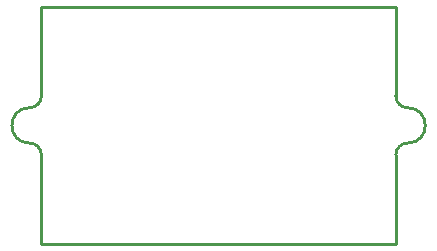
<source format=gbr>
%TF.GenerationSoftware,KiCad,Pcbnew,(5.1.6)-1*%
%TF.CreationDate,2020-08-10T23:05:38-07:00*%
%TF.ProjectId,Wire-Free-DAQ,57697265-2d46-4726-9565-2d4441512e6b,rev?*%
%TF.SameCoordinates,Original*%
%TF.FileFunction,Profile,NP*%
%FSLAX46Y46*%
G04 Gerber Fmt 4.6, Leading zero omitted, Abs format (unit mm)*
G04 Created by KiCad (PCBNEW (5.1.6)-1) date 2020-08-10 23:05:38*
%MOMM*%
%LPD*%
G01*
G04 APERTURE LIST*
%TA.AperFunction,Profile*%
%ADD10C,0.254000*%
%TD*%
G04 APERTURE END LIST*
D10*
X150000000Y-51500000D02*
X150000000Y-44000000D01*
X151000000Y-52500000D02*
G75*
G02*
X150000000Y-51500000I0J1000000D01*
G01*
X150000000Y-56500000D02*
G75*
G02*
X151000000Y-55500000I1000000J0D01*
G01*
X151000000Y-52500000D02*
G75*
G02*
X151000000Y-55500000I0J-1500000D01*
G01*
X120000000Y-51500000D02*
X120000000Y-44000000D01*
X120000000Y-51500000D02*
G75*
G02*
X119000000Y-52500000I-1000000J0D01*
G01*
X119000000Y-55500000D02*
G75*
G02*
X120000000Y-56500000I0J-1000000D01*
G01*
X119000000Y-55500000D02*
G75*
G02*
X119000000Y-52500000I0J1500000D01*
G01*
X120000000Y-56500000D02*
X120000000Y-64000000D01*
X150000000Y-44000000D02*
X120000000Y-44000000D01*
X150000000Y-64000000D02*
X150000000Y-56500000D01*
X120000000Y-64000000D02*
X150000000Y-64000000D01*
M02*

</source>
